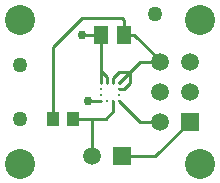
<source format=gtl>
G04*
G04 #@! TF.GenerationSoftware,Altium Limited,Altium Designer,19.1.5 (86)*
G04*
G04 Layer_Physical_Order=1*
G04 Layer_Color=255*
%FSLAX25Y25*%
%MOIN*%
G70*
G01*
G75*
%ADD10C,0.01000*%
%ADD14C,0.10000*%
%ADD24C,0.05000*%
%ADD25R,0.03937X0.04724*%
%ADD26R,0.00984X0.01083*%
%ADD27R,0.01083X0.00984*%
%ADD28R,0.05118X0.05906*%
%ADD29C,0.05906*%
%ADD30R,0.05906X0.05906*%
%ADD31R,0.05906X0.05906*%
%ADD32C,0.03000*%
D10*
X30500Y53000D02*
X37000D01*
X44500Y53020D02*
Y57914D01*
X43914Y58500D02*
X44500Y57914D01*
X30500Y58500D02*
X43914D01*
X44480Y53000D02*
X44500Y53020D01*
X20807Y48807D02*
X30500Y58500D01*
X20807Y25000D02*
Y48807D01*
X34000Y25000D02*
X38500D01*
X27500D02*
X34000D01*
Y12500D02*
Y25000D01*
X40984Y27484D02*
Y30998D01*
X38500Y25000D02*
X40984Y27484D01*
X32500Y31000D02*
X32501Y30999D01*
X37046D01*
X37047Y30998D01*
X42994Y30957D02*
X49951Y24000D01*
X42961Y30957D02*
X42994D01*
X42953Y30965D02*
X42961Y30957D01*
X42953Y30965D02*
Y30998D01*
X49951Y24000D02*
X56500D01*
X55000Y12500D02*
X66500Y24000D01*
X44000Y12500D02*
X55000D01*
X48000Y53000D02*
X56500Y44500D01*
Y44000D02*
Y44500D01*
X44480Y53000D02*
X48000D01*
X44492Y34992D02*
X46472Y36972D01*
X43010Y34992D02*
X44492D01*
X46472Y36972D02*
Y40522D01*
X43002Y34984D02*
X43010Y34992D01*
X46472Y40522D02*
X49951Y44000D01*
X42994Y37043D02*
X46472Y40522D01*
X43022D02*
X46472D01*
X40992Y38492D02*
X43022Y40522D01*
X40992Y37010D02*
Y38492D01*
X40984Y37002D02*
X40992Y37010D01*
X42961Y37043D02*
X42994D01*
X42953Y37035D02*
X42961Y37043D01*
X42953Y37002D02*
Y37035D01*
X49951Y44000D02*
X56500D01*
X37047Y41000D02*
Y52953D01*
Y37002D02*
Y41000D01*
X39008Y39039D01*
Y37010D02*
Y39039D01*
Y37010D02*
X39016Y37002D01*
X37000Y53000D02*
X37047Y52953D01*
D14*
X10000Y10000D02*
D03*
Y58000D02*
D03*
X70000D02*
D03*
Y10000D02*
D03*
D24*
X10000Y25000D02*
D03*
Y43000D02*
D03*
X55000Y60000D02*
D03*
D25*
X20807Y25000D02*
D03*
X27500D02*
D03*
D26*
X37047Y30998D02*
D03*
X39016D02*
D03*
X40984D02*
D03*
X42953D02*
D03*
Y37002D02*
D03*
X40984D02*
D03*
X39016D02*
D03*
X37047D02*
D03*
D27*
X43002Y33016D02*
D03*
Y34984D02*
D03*
X36998D02*
D03*
Y33016D02*
D03*
D28*
X37000Y53000D02*
D03*
X44480D02*
D03*
D29*
X34000Y12500D02*
D03*
X56500Y44000D02*
D03*
X66500D02*
D03*
X56500Y34000D02*
D03*
X66500D02*
D03*
X56500Y24000D02*
D03*
D30*
X44000Y12500D02*
D03*
D31*
X66500Y24000D02*
D03*
D32*
X30500Y53000D02*
D03*
X32500Y31000D02*
D03*
M02*

</source>
